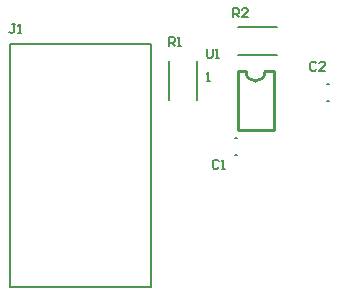
<source format=gto>
G04*
G04 #@! TF.GenerationSoftware,Altium Limited,Altium Designer,24.9.1 (31)*
G04*
G04 Layer_Color=65535*
%FSLAX44Y44*%
%MOMM*%
G71*
G04*
G04 #@! TF.SameCoordinates,469D3FAF-4634-46EC-B0C0-F224D0B9B898*
G04*
G04*
G04 #@! TF.FilePolarity,Positive*
G04*
G01*
G75*
%ADD10C,0.2540*%
%ADD11C,0.2000*%
%ADD12C,0.1778*%
D10*
X213458Y195580D02*
G03*
X229722Y195580I8132J0D01*
G01*
X236830Y146050D02*
Y195580D01*
X206350Y146050D02*
X236830D01*
X206350D02*
Y195580D01*
X213458D01*
X229722D02*
X236830D01*
D11*
X204080Y124830D02*
X205580D01*
X204080Y139330D02*
X205580D01*
X206586Y232761D02*
X239648D01*
X206586Y209199D02*
X239648D01*
X171801Y171429D02*
Y204491D01*
X148239Y171429D02*
Y204491D01*
X133360Y13220D02*
Y218720D01*
X13360Y13220D02*
X133360D01*
X13360Y218720D02*
X133360D01*
X13360Y13220D02*
Y218720D01*
X282100Y170550D02*
X283600D01*
X282100Y185050D02*
X283600D01*
D12*
X180188Y187198D02*
X182727D01*
X181458D01*
Y194816D01*
X180188Y193546D01*
X180086Y214881D02*
Y208534D01*
X181356Y207264D01*
X183895D01*
X185164Y208534D01*
Y214881D01*
X187703Y207264D02*
X190243D01*
X188973D01*
Y214881D01*
X187703Y213612D01*
X190500Y119379D02*
X189230Y120649D01*
X186691D01*
X185422Y119379D01*
Y114301D01*
X186691Y113031D01*
X189230D01*
X190500Y114301D01*
X193039Y113031D02*
X195578D01*
X194309D01*
Y120649D01*
X193039Y119379D01*
X202438Y241554D02*
Y249172D01*
X206247D01*
X207516Y247902D01*
Y245363D01*
X206247Y244093D01*
X202438D01*
X204977D02*
X207516Y241554D01*
X215134D02*
X210056D01*
X215134Y246632D01*
Y247902D01*
X213864Y249172D01*
X211325D01*
X210056Y247902D01*
X148082Y217424D02*
Y225042D01*
X151891D01*
X153160Y223772D01*
Y221233D01*
X151891Y219963D01*
X148082D01*
X150621D02*
X153160Y217424D01*
X155700D02*
X158239D01*
X156969D01*
Y225042D01*
X155700Y223772D01*
X18032Y235455D02*
X15493D01*
X16763D01*
Y229108D01*
X15493Y227838D01*
X14224D01*
X12954Y229108D01*
X20571Y227838D02*
X23111D01*
X21841D01*
Y235455D01*
X20571Y234186D01*
X272794Y202436D02*
X271525Y203706D01*
X268986D01*
X267716Y202436D01*
Y197358D01*
X268986Y196088D01*
X271525D01*
X272794Y197358D01*
X280412Y196088D02*
X275333D01*
X280412Y201166D01*
Y202436D01*
X279142Y203706D01*
X276603D01*
X275333Y202436D01*
M02*

</source>
